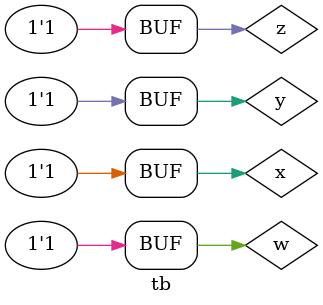
<source format=v>
module tb;
reg x,y,w,z;
wire f;
func F(.f(f), .w(w), .x(x), .y(y), .z(z));
initial begin
    w=0;x=0;y=0;z=0;
    #10;
    w=0;x=0;y=0;z=1;
    #10;
    w=0;x=0;y=1;z=0;
    #10;
    w=0;x=0;y=1;z=1;
    #10;
    w=0;x=1;y=0;z=0;
    #10;
    w=0;x=1;y=0;z=1;
    #10;
    w=0;x=1;y=1;z=0;
    #10;
    w=0;x=1;y=1;z=1;
    #10;
    w=1;x=0;y=0;z=0;
    #10;
    w=1;x=0;y=0;z=1;
    #10;
    w=1;x=0;y=1;z=0;
    #10;
    w=1;x=0;y=1;z=1;
    #10;
    w=1;x=1;y=0;z=0;
    #10;
    w=1;x=1;y=0;z=1;
    #10;
    w=1;x=1;y=1;z=0;
    #10;
    w=1;x=1;y=1;z=1;
    #10;
end
initial begin
    $dumpfile("wave.vcd");//  iverilog c.v tb.v
    $dumpvars(0, tb); // vvp wave
end
endmodule
</source>
